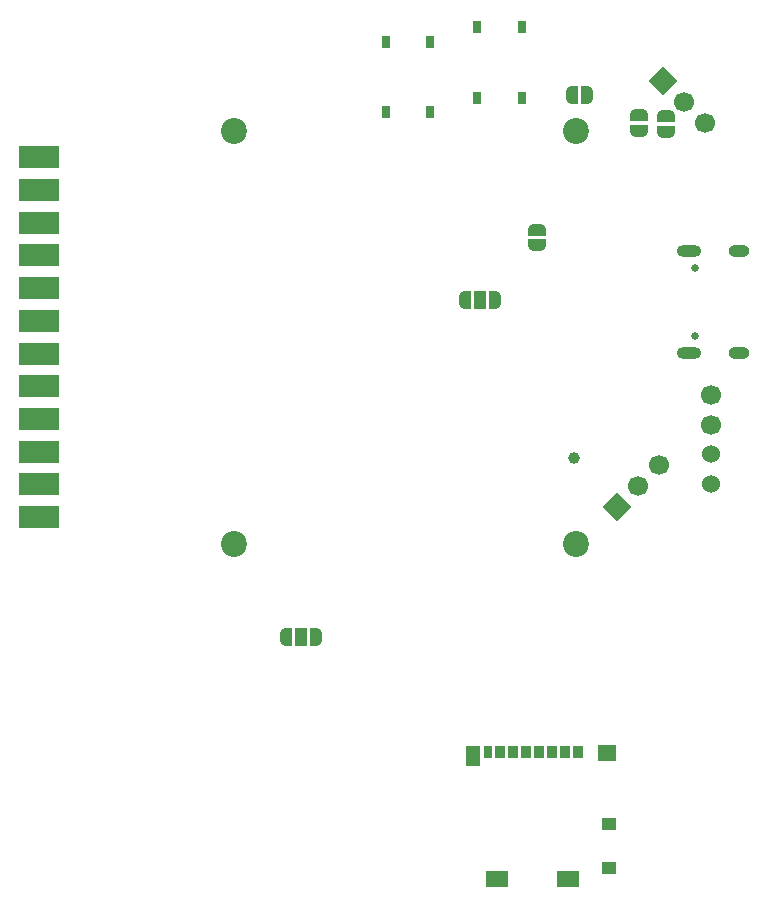
<source format=gbr>
%TF.GenerationSoftware,KiCad,Pcbnew,8.0.2*%
%TF.CreationDate,2024-11-30T10:22:52-06:00*%
%TF.ProjectId,Desktop_50_Pin_TopConn,4465736b-746f-4705-9f35-305f50696e5f,rev?*%
%TF.SameCoordinates,Original*%
%TF.FileFunction,Soldermask,Bot*%
%TF.FilePolarity,Negative*%
%FSLAX46Y46*%
G04 Gerber Fmt 4.6, Leading zero omitted, Abs format (unit mm)*
G04 Created by KiCad (PCBNEW 8.0.2) date 2024-11-30 10:22:52*
%MOMM*%
%LPD*%
G01*
G04 APERTURE LIST*
G04 Aperture macros list*
%AMHorizOval*
0 Thick line with rounded ends*
0 $1 width*
0 $2 $3 position (X,Y) of the first rounded end (center of the circle)*
0 $4 $5 position (X,Y) of the second rounded end (center of the circle)*
0 Add line between two ends*
20,1,$1,$2,$3,$4,$5,0*
0 Add two circle primitives to create the rounded ends*
1,1,$1,$2,$3*
1,1,$1,$4,$5*%
%AMRotRect*
0 Rectangle, with rotation*
0 The origin of the aperture is its center*
0 $1 length*
0 $2 width*
0 $3 Rotation angle, in degrees counterclockwise*
0 Add horizontal line*
21,1,$1,$2,0,0,$3*%
%AMFreePoly0*
4,1,19,0.500000,-0.750000,0.000000,-0.750000,0.000000,-0.744911,-0.071157,-0.744911,-0.207708,-0.704816,-0.327430,-0.627875,-0.420627,-0.520320,-0.479746,-0.390866,-0.500000,-0.250000,-0.500000,0.250000,-0.479746,0.390866,-0.420627,0.520320,-0.327430,0.627875,-0.207708,0.704816,-0.071157,0.744911,0.000000,0.744911,0.000000,0.750000,0.500000,0.750000,0.500000,-0.750000,0.500000,-0.750000,
$1*%
%AMFreePoly1*
4,1,19,0.000000,0.744911,0.071157,0.744911,0.207708,0.704816,0.327430,0.627875,0.420627,0.520320,0.479746,0.390866,0.500000,0.250000,0.500000,-0.250000,0.479746,-0.390866,0.420627,-0.520320,0.327430,-0.627875,0.207708,-0.704816,0.071157,-0.744911,0.000000,-0.744911,0.000000,-0.750000,-0.500000,-0.750000,-0.500000,0.750000,0.000000,0.750000,0.000000,0.744911,0.000000,0.744911,
$1*%
%AMFreePoly2*
4,1,19,0.550000,-0.750000,0.000000,-0.750000,0.000000,-0.744911,-0.071157,-0.744911,-0.207708,-0.704816,-0.327430,-0.627875,-0.420627,-0.520320,-0.479746,-0.390866,-0.500000,-0.250000,-0.500000,0.250000,-0.479746,0.390866,-0.420627,0.520320,-0.327430,0.627875,-0.207708,0.704816,-0.071157,0.744911,0.000000,0.744911,0.000000,0.750000,0.550000,0.750000,0.550000,-0.750000,0.550000,-0.750000,
$1*%
%AMFreePoly3*
4,1,19,0.000000,0.744911,0.071157,0.744911,0.207708,0.704816,0.327430,0.627875,0.420627,0.520320,0.479746,0.390866,0.500000,0.250000,0.500000,-0.250000,0.479746,-0.390866,0.420627,-0.520320,0.327430,-0.627875,0.207708,-0.704816,0.071157,-0.744911,0.000000,-0.744911,0.000000,-0.750000,-0.550000,-0.750000,-0.550000,0.750000,0.000000,0.750000,0.000000,0.744911,0.000000,0.744911,
$1*%
G04 Aperture macros list end*
%ADD10R,3.480000X1.846667*%
%ADD11C,2.200000*%
%ADD12C,0.650000*%
%ADD13O,2.100000X1.000000*%
%ADD14O,1.800000X1.000000*%
%ADD15RotRect,1.700000X1.700000X45.000000*%
%ADD16HorizOval,1.700000X0.000000X0.000000X0.000000X0.000000X0*%
%ADD17RotRect,1.700000X1.700000X135.000000*%
%ADD18HorizOval,1.700000X0.000000X0.000000X0.000000X0.000000X0*%
%ADD19C,1.700000*%
%ADD20C,1.524000*%
%ADD21R,0.850000X1.100000*%
%ADD22R,0.750000X1.100000*%
%ADD23R,1.200000X1.000000*%
%ADD24R,1.550000X1.350000*%
%ADD25R,1.900000X1.350000*%
%ADD26R,1.170000X1.800000*%
%ADD27FreePoly0,90.000000*%
%ADD28FreePoly1,90.000000*%
%ADD29FreePoly0,180.000000*%
%ADD30FreePoly1,180.000000*%
%ADD31R,0.750000X1.000000*%
%ADD32FreePoly2,180.000000*%
%ADD33R,1.000000X1.500000*%
%ADD34FreePoly3,180.000000*%
%ADD35FreePoly2,0.000000*%
%ADD36FreePoly3,0.000000*%
%ADD37C,1.000000*%
G04 APERTURE END LIST*
D10*
%TO.C,J3*%
X2000000Y15235000D03*
X2000000Y12465000D03*
X2000000Y9695000D03*
X2000000Y6925000D03*
X2000000Y4155000D03*
X2000000Y1385000D03*
X2000000Y-1385000D03*
X2000000Y-4155000D03*
X2000000Y-6925000D03*
X2000000Y-9695000D03*
X2000000Y-12465000D03*
X2000000Y-15235000D03*
%TD*%
D11*
%TO.C,H4*%
X18500000Y17500000D03*
%TD*%
D12*
%TO.C,J12*%
X57595000Y110000D03*
X57595000Y5890000D03*
D13*
X57075000Y-1320000D03*
D14*
X61275000Y-1320000D03*
D13*
X57075000Y7320000D03*
D14*
X61275000Y7320000D03*
%TD*%
D15*
%TO.C,J5*%
X54803949Y21696051D03*
D16*
X56600000Y19900000D03*
X58396051Y18103949D03*
%TD*%
D17*
%TO.C,J14*%
X50928949Y-14396051D03*
D18*
X52725000Y-12600000D03*
X54521051Y-10803949D03*
%TD*%
D11*
%TO.C,H3*%
X47500000Y-17500000D03*
%TD*%
%TO.C,H1*%
X47500000Y17500000D03*
%TD*%
D19*
%TO.C,J10*%
X58903500Y-4905400D03*
X58903500Y-7405400D03*
D20*
X58903500Y-9905400D03*
X58903500Y-12405400D03*
%TD*%
D11*
%TO.C,H2*%
X18500000Y-17500000D03*
%TD*%
D21*
%TO.C,SD1*%
X47650000Y-35075000D03*
X46550000Y-35075000D03*
X45450000Y-35075000D03*
X44350000Y-35075000D03*
X43250000Y-35075000D03*
X42150000Y-35075000D03*
X41050000Y-35075000D03*
D22*
X40000000Y-35075000D03*
D23*
X50285000Y-41225000D03*
X50285000Y-44925000D03*
D24*
X50110000Y-35200000D03*
D25*
X46785000Y-45900000D03*
X40815000Y-45900000D03*
D26*
X38790000Y-35425000D03*
%TD*%
D27*
%TO.C,J1*%
X44150000Y7800000D03*
D28*
X44150000Y9100000D03*
%TD*%
D29*
%TO.C,JP2*%
X48400000Y20500000D03*
D30*
X47100000Y20500000D03*
%TD*%
D31*
%TO.C,SW2*%
X35160000Y19038748D03*
X35160000Y25038748D03*
X31410000Y19038748D03*
X31410000Y25038748D03*
%TD*%
%TO.C,SW3*%
X35160000Y19038748D03*
X35160000Y25038748D03*
X31410000Y19038748D03*
X31410000Y25038748D03*
%TD*%
D32*
%TO.C,J13*%
X40650000Y3150000D03*
D33*
X39350000Y3150000D03*
D34*
X38050000Y3150000D03*
%TD*%
D27*
%TO.C,J8*%
X55100000Y17400000D03*
D28*
X55100000Y18700000D03*
%TD*%
D27*
%TO.C,J7*%
X52800000Y17500000D03*
D28*
X52800000Y18800000D03*
%TD*%
D31*
%TO.C,SW1*%
X39125000Y26250000D03*
X39125000Y20250000D03*
X42875000Y26250000D03*
X42875000Y20250000D03*
%TD*%
D35*
%TO.C,J6*%
X22900000Y-25350000D03*
D33*
X24200000Y-25350000D03*
D36*
X25500000Y-25350000D03*
%TD*%
D37*
%TO.C,TP1*%
X47325000Y-10200000D03*
%TD*%
M02*

</source>
